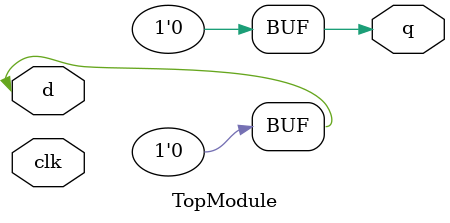
<source format=sv>

module TopModule (
  input clk,
  input d,
  output reg q
);
assign q = d & ~(d == 1'b0);

always @(*) begin
    q <= 1'b0;
end

assign q = d & ~(d == 1'b0);
endmodule

</source>
